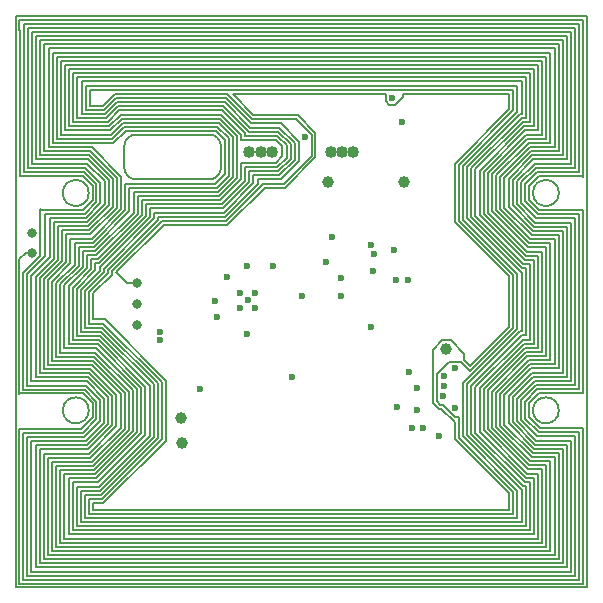
<source format=gbr>
%TF.GenerationSoftware,KiCad,Pcbnew,5.0.2-bee76a0~70~ubuntu18.04.1*%
%TF.CreationDate,2020-02-29T13:32:14-08:00*%
%TF.ProjectId,SolarCellZ_v1,536f6c61-7243-4656-9c6c-5a5f76312e6b,rev?*%
%TF.SameCoordinates,Original*%
%TF.FileFunction,Copper,L2,Inr*%
%TF.FilePolarity,Positive*%
%FSLAX46Y46*%
G04 Gerber Fmt 4.6, Leading zero omitted, Abs format (unit mm)*
G04 Created by KiCad (PCBNEW 5.0.2-bee76a0~70~ubuntu18.04.1) date Sat 29 Feb 2020 01:32:14 PM PST*
%MOMM*%
%LPD*%
G01*
G04 APERTURE LIST*
%ADD10C,0.200000*%
%ADD11C,1.016000*%
%ADD12C,1.000000*%
%ADD13C,0.600000*%
%ADD14C,0.800000*%
%ADD15C,0.190000*%
G04 APERTURE END LIST*
D10*
X136007500Y-73391000D02*
G75*
G03X136007500Y-73391000I-1100000J0D01*
G01*
X96207500Y-73391000D02*
G75*
G03X96207500Y-73391000I-1100000J0D01*
G01*
X107407500Y-52841000D02*
G75*
G02X106407500Y-53841000I-1000000J0D01*
G01*
X100207500Y-53841000D02*
G75*
G02X99207500Y-52841000I0J1000000D01*
G01*
X106407500Y-50041000D02*
G75*
G02X107407500Y-51041000I0J-1000000D01*
G01*
X99207500Y-51041000D02*
G75*
G02X100207500Y-50041000I1000000J0D01*
G01*
X96207500Y-54991000D02*
G75*
G03X96207500Y-54991000I-1100000J0D01*
G01*
X106407500Y-50041000D02*
X100207500Y-50041000D01*
X138407500Y-39991000D02*
X138407500Y-88391000D01*
X138407500Y-88391000D02*
X90007500Y-88391000D01*
X90007500Y-88391000D02*
X90007500Y-39991000D01*
X90007500Y-39991000D02*
X138407500Y-39991000D01*
X100207500Y-53841000D02*
X106407500Y-53841000D01*
X136007500Y-54991000D02*
G75*
G03X136007500Y-54991000I-1100000J0D01*
G01*
X107407500Y-52841000D02*
X107407500Y-51041000D01*
X99207500Y-51041000D02*
X99207500Y-52841000D01*
D11*
X116700000Y-51500000D03*
X117650000Y-51500000D03*
X111700000Y-51500000D03*
X110750000Y-51500000D03*
X118600000Y-51500000D03*
X109800000Y-51500000D03*
D12*
X116459000Y-54038500D03*
X122936000Y-54038500D03*
X126492000Y-68199000D03*
X104013000Y-74041000D03*
X104076500Y-76200000D03*
D13*
X126300000Y-71300000D03*
X124015500Y-71501000D03*
X120268110Y-61604791D03*
X120078500Y-66357500D03*
X127254000Y-69786500D03*
X123317000Y-70167500D03*
X107032512Y-65473693D03*
X109654340Y-64046100D03*
X110253760Y-64708256D03*
X108983760Y-64708256D03*
X110261400Y-63439040D03*
X108983760Y-63463656D03*
X122237500Y-62357000D03*
X123253500Y-62357000D03*
X122301000Y-73088500D03*
X127254000Y-73215500D03*
X113411000Y-70548500D03*
X122750000Y-48950000D03*
X126301500Y-70485000D03*
X120111294Y-59382647D03*
X126238000Y-72150000D03*
X120396000Y-60198000D03*
X121920000Y-46990000D03*
X122050000Y-59850000D03*
X116763500Y-58710000D03*
X114554000Y-50292000D03*
X124015500Y-73406000D03*
X117602000Y-62166500D03*
X116268500Y-60833000D03*
X109644160Y-66892656D03*
X107886500Y-62103000D03*
X114299990Y-63690500D03*
X117602000Y-63690500D03*
X125900000Y-75550000D03*
X109601000Y-61214000D03*
X111783650Y-61214000D03*
X105664000Y-71628000D03*
X106871078Y-64116433D03*
D14*
X91440000Y-58420000D03*
X91440000Y-60071000D03*
X100330000Y-64389000D03*
X100330000Y-62611000D03*
X100330000Y-66167000D03*
D13*
X123571000Y-74866500D03*
X124523500Y-74866500D03*
X102235000Y-67437000D03*
X102235000Y-66802000D03*
D15*
X98550000Y-61700000D02*
X99461000Y-62611000D01*
X112800000Y-54550000D02*
X111100000Y-54550000D01*
X113900000Y-48400000D02*
X115400000Y-49900000D01*
X121395998Y-46600000D02*
X108400000Y-46600000D01*
X121397999Y-46602001D02*
X121395998Y-46600000D01*
X121397999Y-47240561D02*
X121397999Y-46602001D01*
X122170561Y-47512001D02*
X121669439Y-47512001D01*
X127200000Y-52500000D02*
X131800000Y-47900000D01*
X131800000Y-62050000D02*
X127200000Y-57450000D01*
X131800000Y-66300000D02*
X131800000Y-62050000D01*
X128500000Y-69600000D02*
X131800000Y-66300000D01*
X125350000Y-68272438D02*
X126145439Y-67476999D01*
X125350000Y-72750000D02*
X125350000Y-68272438D01*
X125850000Y-73250000D02*
X125350000Y-72750000D01*
X102750000Y-75950000D02*
X97450000Y-81250000D01*
X102750000Y-70900000D02*
X102750000Y-75950000D01*
X98200000Y-61900000D02*
X96600000Y-63500000D01*
X113784562Y-48750000D02*
X115076001Y-50041439D01*
X107900000Y-46600000D02*
X110050000Y-48750000D01*
X98400000Y-46600000D02*
X107900000Y-46600000D01*
X97400000Y-47600000D02*
X98400000Y-46600000D01*
X96300000Y-47600000D02*
X97400000Y-47600000D01*
X96300000Y-46250000D02*
X96300000Y-47600000D01*
X127200000Y-57450000D02*
X127200000Y-52500000D01*
X110850000Y-54350000D02*
X107850000Y-57350000D01*
X132150000Y-46250000D02*
X96300000Y-46250000D01*
X132150000Y-48000000D02*
X132150000Y-46250000D01*
X125700000Y-70313938D02*
X126749439Y-69264499D01*
X125700000Y-72624562D02*
X125700000Y-70313938D01*
X110050000Y-48750000D02*
X113784562Y-48750000D01*
X125987439Y-72912001D02*
X125700000Y-72624562D01*
X127215938Y-73950000D02*
X126177939Y-72912001D01*
X127550000Y-73950000D02*
X127215938Y-73950000D01*
X132150000Y-80300000D02*
X127550000Y-75700000D01*
X96250000Y-82150000D02*
X132150000Y-82150000D01*
X96250000Y-80900000D02*
X96250000Y-82150000D01*
X102400000Y-71000000D02*
X102400000Y-75850000D01*
X96250000Y-66050000D02*
X97450000Y-66050000D01*
X96250000Y-63400000D02*
X96250000Y-66050000D01*
X97850000Y-61500000D02*
X97850000Y-61800000D01*
X102100000Y-57250000D02*
X97850000Y-61500000D01*
X110500000Y-53850000D02*
X110500000Y-54250000D01*
X114000000Y-50650000D02*
X114000000Y-52300000D01*
X107800000Y-46950000D02*
X109950000Y-49100000D01*
X98500000Y-46950000D02*
X107800000Y-46950000D01*
X132500000Y-48100000D02*
X132500000Y-45900000D01*
X127900000Y-57250000D02*
X127900000Y-52700000D01*
X127900000Y-71100000D02*
X132500000Y-66500000D01*
X127900000Y-75600000D02*
X127900000Y-71100000D01*
X95900000Y-80550000D02*
X95900000Y-82500000D01*
X97250000Y-80550000D02*
X95900000Y-80550000D01*
X102050000Y-75750000D02*
X97250000Y-80550000D01*
X102050000Y-71100000D02*
X102050000Y-75750000D01*
X95900000Y-66400000D02*
X97350000Y-66400000D01*
X101750000Y-56650000D02*
X101750000Y-57150000D01*
X101750000Y-57150000D02*
X97500000Y-61400000D01*
X110150000Y-54150000D02*
X107650000Y-56650000D01*
X113650000Y-52200000D02*
X112350000Y-53500000D01*
X113650000Y-50750000D02*
X113650000Y-52200000D01*
X112350000Y-49450000D02*
X113650000Y-50750000D01*
X99461000Y-62611000D02*
X100330000Y-62611000D01*
X98600000Y-47300000D02*
X107700000Y-47300000D01*
X115076001Y-51823999D02*
X112700000Y-54200000D01*
X95600000Y-45550000D02*
X95600000Y-48300000D01*
X132850000Y-45550000D02*
X95600000Y-45550000D01*
X132850000Y-48300000D02*
X132850000Y-45550000D01*
X132750000Y-48300000D02*
X132850000Y-48300000D01*
X128250000Y-52800000D02*
X132750000Y-48300000D01*
X132800000Y-61700000D02*
X128250000Y-57150000D01*
X132750000Y-66700000D02*
X132850000Y-66700000D01*
X108400000Y-46650000D02*
X110150000Y-48400000D01*
X128250000Y-71200000D02*
X132750000Y-66700000D01*
X128250000Y-75500000D02*
X128250000Y-71200000D01*
X131800000Y-46600000D02*
X122800000Y-46600000D01*
X132850000Y-80100000D02*
X128250000Y-75500000D01*
X132850000Y-82850000D02*
X132850000Y-80100000D01*
X95550000Y-80200000D02*
X95550000Y-82850000D01*
X97150000Y-80200000D02*
X95550000Y-80200000D01*
X128000000Y-69100000D02*
X128500000Y-69600000D01*
X101700000Y-75650000D02*
X97150000Y-80200000D01*
X101700000Y-71200000D02*
X101700000Y-75650000D01*
X97250000Y-66750000D02*
X101700000Y-71200000D01*
X95550000Y-63200000D02*
X95550000Y-66750000D01*
X97150000Y-61600000D02*
X95550000Y-63200000D01*
X96600000Y-65700000D02*
X97550000Y-65700000D01*
X101400000Y-57050000D02*
X97150000Y-61300000D01*
X109800000Y-53150000D02*
X109800000Y-54050000D01*
X112250000Y-53150000D02*
X109800000Y-53150000D01*
X113300000Y-52100000D02*
X112250000Y-53150000D01*
X112250000Y-49800000D02*
X113300000Y-50850000D01*
X98700000Y-47650000D02*
X107600000Y-47650000D01*
X126838561Y-67476999D02*
X128000000Y-68638438D01*
X95250000Y-48650000D02*
X97700000Y-48650000D01*
X133200000Y-45200000D02*
X95250000Y-45200000D01*
X133200000Y-48650000D02*
X133200000Y-45200000D01*
X132850000Y-48650000D02*
X133200000Y-48650000D01*
X128600000Y-52900000D02*
X132850000Y-48650000D01*
X132850000Y-67050000D02*
X133200000Y-67050000D01*
X128600000Y-71300000D02*
X132850000Y-67050000D01*
X112700000Y-54200000D02*
X110850000Y-54200000D01*
X128600000Y-75400000D02*
X128600000Y-71300000D01*
X133200000Y-83200000D02*
X133200000Y-79800000D01*
X95200000Y-79850000D02*
X95200000Y-83200000D01*
X101350000Y-75550000D02*
X97050000Y-79850000D01*
X95200000Y-67100000D02*
X97150000Y-67100000D01*
X95200000Y-63100000D02*
X95200000Y-67100000D01*
X96750000Y-60950000D02*
X96750000Y-61550000D01*
X97050000Y-60950000D02*
X96750000Y-60950000D01*
X101050000Y-56950000D02*
X97050000Y-60950000D01*
X107450000Y-55950000D02*
X101050000Y-55950000D01*
X112950000Y-52000000D02*
X112150000Y-52800000D01*
X97500000Y-61400000D02*
X97500000Y-61700000D01*
X112950000Y-50950000D02*
X112950000Y-52000000D01*
X112350000Y-53500000D02*
X110150000Y-53500000D01*
X112150000Y-50150000D02*
X112950000Y-50950000D01*
X109450000Y-50150000D02*
X112150000Y-50150000D01*
X109450000Y-49950000D02*
X109450000Y-50150000D01*
X107500000Y-48000000D02*
X109450000Y-49950000D01*
X98800000Y-48000000D02*
X107500000Y-48000000D01*
X97800000Y-49000000D02*
X98800000Y-48000000D01*
X94900000Y-49000000D02*
X97800000Y-49000000D01*
X133550000Y-44850000D02*
X94900000Y-44850000D01*
X95950000Y-45900000D02*
X95950000Y-47950000D01*
X133550000Y-49000000D02*
X133550000Y-44850000D01*
X132950000Y-49000000D02*
X133550000Y-49000000D01*
X131800000Y-81800000D02*
X131800000Y-80400000D01*
X133000000Y-61000000D02*
X128950000Y-56950000D01*
X126749439Y-69264499D02*
X127714499Y-69264499D01*
X128950000Y-53000000D02*
X132950000Y-49000000D01*
X133550000Y-61000000D02*
X133000000Y-61000000D01*
X132950000Y-67400000D02*
X133550000Y-67400000D01*
X95900000Y-63300000D02*
X95900000Y-66400000D01*
X128950000Y-71400000D02*
X132950000Y-67400000D01*
X128500000Y-70050000D02*
X132150000Y-66400000D01*
X128950000Y-75300000D02*
X128950000Y-71400000D01*
X94850000Y-83550000D02*
X133550000Y-83550000D01*
X94850000Y-79500000D02*
X94850000Y-83550000D01*
X101000000Y-71400000D02*
X101000000Y-75450000D01*
X94850000Y-67450000D02*
X97050000Y-67450000D01*
X96400000Y-60600000D02*
X96400000Y-61450000D01*
X96950000Y-60600000D02*
X96400000Y-60600000D01*
X100700000Y-56850000D02*
X96950000Y-60600000D01*
X101000000Y-75450000D02*
X96950000Y-79500000D01*
X107350000Y-55600000D02*
X100700000Y-55600000D01*
X109100000Y-53850000D02*
X107350000Y-55600000D01*
X112050000Y-52450000D02*
X109100000Y-52450000D01*
X112600000Y-51900000D02*
X112050000Y-52450000D01*
X112600000Y-51050000D02*
X112600000Y-51900000D01*
X112050000Y-50500000D02*
X112600000Y-51050000D01*
X97350000Y-80900000D02*
X96250000Y-80900000D01*
X109100000Y-50500000D02*
X112050000Y-50500000D01*
X107650000Y-56650000D02*
X101750000Y-56650000D01*
X107400000Y-48350000D02*
X109100000Y-50050000D01*
X98900000Y-48350000D02*
X107400000Y-48350000D01*
X97900000Y-49350000D02*
X98900000Y-48350000D01*
X94550000Y-44500000D02*
X94550000Y-49350000D01*
X133050000Y-49350000D02*
X133900000Y-49350000D01*
X129300000Y-53100000D02*
X133050000Y-49350000D01*
X133900000Y-67750000D02*
X133900000Y-60650000D01*
X133050000Y-67750000D02*
X133900000Y-67750000D01*
X129300000Y-75200000D02*
X129300000Y-71500000D01*
X133200000Y-79100000D02*
X129300000Y-75200000D01*
X133900000Y-79100000D02*
X133200000Y-79100000D01*
X94500000Y-83900000D02*
X133900000Y-83900000D01*
X110850000Y-54200000D02*
X110850000Y-54350000D01*
X133000000Y-79800000D02*
X128600000Y-75400000D01*
X130700000Y-56450000D02*
X130700000Y-53500000D01*
X94500000Y-79150000D02*
X94500000Y-83900000D01*
X126145439Y-67476999D02*
X126838561Y-67476999D01*
X96950000Y-67800000D02*
X100650000Y-71500000D01*
X130700000Y-71900000D02*
X133450000Y-69150000D01*
X96150000Y-52150000D02*
X97900000Y-53900000D01*
X94150000Y-68150000D02*
X96850000Y-68150000D01*
X94500000Y-67800000D02*
X96950000Y-67800000D01*
X94500000Y-62900000D02*
X94500000Y-67800000D01*
X100350000Y-55250000D02*
X100350000Y-56750000D01*
X136700000Y-57850000D02*
X133900000Y-57850000D01*
X99331010Y-49718990D02*
X106954396Y-49718990D01*
X108750000Y-53750000D02*
X107250000Y-55250000D01*
X122800000Y-46882562D02*
X122170561Y-47512001D01*
X136350000Y-76650000D02*
X133900000Y-76650000D01*
X108750000Y-50150000D02*
X108750000Y-53750000D01*
X96600000Y-63500000D02*
X96600000Y-65700000D01*
X131400000Y-74600000D02*
X131400000Y-72100000D01*
X107300000Y-48700000D02*
X108750000Y-50150000D01*
X94200000Y-49700000D02*
X98000000Y-49700000D01*
X98550000Y-74750000D02*
X96250000Y-77050000D01*
X129650000Y-53200000D02*
X133150000Y-49700000D01*
X134950000Y-84950000D02*
X134950000Y-78050000D01*
X129650000Y-56750000D02*
X129650000Y-53200000D01*
X134250000Y-68100000D02*
X134250000Y-60300000D01*
X92050000Y-76700000D02*
X92050000Y-86350000D01*
X130350000Y-71800000D02*
X133350000Y-68800000D01*
X94150000Y-84250000D02*
X134250000Y-84250000D01*
X131750000Y-72200000D02*
X133750000Y-70200000D01*
X96850000Y-68150000D02*
X100300000Y-71600000D01*
X133450000Y-50750000D02*
X135300000Y-50750000D01*
X98900000Y-74850000D02*
X96350000Y-77400000D01*
X94150000Y-62800000D02*
X94150000Y-68150000D01*
X100000000Y-56650000D02*
X96750000Y-59900000D01*
X108400000Y-53650000D02*
X107150000Y-54900000D01*
X95550000Y-66750000D02*
X97250000Y-66750000D01*
X95800000Y-53200000D02*
X96850000Y-54250000D01*
X93850000Y-50050000D02*
X98100000Y-50050000D01*
X132150000Y-66400000D02*
X132150000Y-61950000D01*
X134600000Y-43800000D02*
X93850000Y-43800000D01*
X132800000Y-54100000D02*
X134050000Y-52850000D01*
X133250000Y-50050000D02*
X134600000Y-50050000D01*
X134600000Y-68450000D02*
X134600000Y-59950000D01*
X131400000Y-56250000D02*
X131400000Y-53700000D01*
X133250000Y-68450000D02*
X134600000Y-68450000D01*
X130000000Y-71700000D02*
X133250000Y-68450000D01*
X108400000Y-46600000D02*
X108400000Y-46650000D01*
X98950000Y-56350000D02*
X96450000Y-58850000D01*
X93800000Y-78450000D02*
X93800000Y-84600000D01*
X109800000Y-54050000D02*
X107550000Y-56300000D01*
X96650000Y-78450000D02*
X93800000Y-78450000D01*
X99950000Y-75150000D02*
X96650000Y-78450000D01*
X99950000Y-71700000D02*
X99950000Y-75150000D01*
X97600000Y-48300000D02*
X98600000Y-47300000D01*
X95350000Y-59550000D02*
X95350000Y-61150000D01*
X95350000Y-61150000D02*
X93800000Y-62700000D01*
X96750000Y-68500000D02*
X99950000Y-71700000D01*
X108050000Y-53550000D02*
X107050000Y-54550000D01*
X99200000Y-49400000D02*
X107100000Y-49400000D01*
X93500000Y-43450000D02*
X93500000Y-50400000D01*
X107100000Y-49400000D02*
X108050000Y-50350000D01*
X108050000Y-50350000D02*
X108050000Y-53550000D01*
X131800000Y-80400000D02*
X127200000Y-75800000D01*
X127714499Y-69264499D02*
X128500000Y-70050000D01*
X93600000Y-60650000D02*
X92050000Y-62200000D01*
X100650000Y-71500000D02*
X100650000Y-75350000D01*
X134950000Y-68800000D02*
X134950000Y-59600000D01*
X130350000Y-74900000D02*
X130350000Y-71800000D01*
X110150000Y-48400000D02*
X113900000Y-48400000D01*
X133550000Y-83550000D02*
X133550000Y-79450000D01*
X133500000Y-78050000D02*
X130350000Y-74900000D01*
X134950000Y-78050000D02*
X133500000Y-78050000D01*
X93450000Y-78100000D02*
X93450000Y-84950000D01*
X93450000Y-84950000D02*
X134950000Y-84950000D01*
X96550000Y-78100000D02*
X93450000Y-78100000D01*
X93850000Y-43800000D02*
X93850000Y-50050000D01*
X99600000Y-75050000D02*
X96550000Y-78100000D01*
X95600000Y-48300000D02*
X97600000Y-48300000D01*
X99600000Y-71800000D02*
X99600000Y-75050000D01*
X94200000Y-44150000D02*
X94200000Y-49700000D01*
X96650000Y-68850000D02*
X99600000Y-71800000D01*
X96600000Y-81250000D02*
X96600000Y-81800000D01*
X93450000Y-68850000D02*
X96650000Y-68850000D01*
X97500000Y-47950000D02*
X98500000Y-46950000D01*
X133200000Y-67050000D02*
X133200000Y-61350000D01*
X137750000Y-75250000D02*
X134300000Y-75250000D01*
X93450000Y-62600000D02*
X93450000Y-68850000D01*
X95000000Y-61050000D02*
X93450000Y-62600000D01*
X129650000Y-75100000D02*
X129650000Y-71600000D01*
X95000000Y-59200000D02*
X95000000Y-61050000D01*
X96550000Y-59200000D02*
X95000000Y-59200000D01*
X134600000Y-78400000D02*
X133400000Y-78400000D01*
X99300000Y-56450000D02*
X96550000Y-59200000D01*
X106931877Y-54200000D02*
X99300000Y-54200000D01*
X122800000Y-46600000D02*
X122800000Y-46882562D01*
X107729510Y-53402367D02*
X106931877Y-54200000D01*
X107729510Y-50494104D02*
X107729510Y-53402367D01*
X102100000Y-57000000D02*
X102100000Y-57250000D01*
X107750000Y-57000000D02*
X102100000Y-57000000D01*
X128250000Y-57150000D02*
X128250000Y-52800000D01*
X106954396Y-49718990D02*
X107729510Y-50494104D01*
X102400000Y-75850000D02*
X97350000Y-80900000D01*
X101350000Y-71300000D02*
X101350000Y-75550000D01*
X98300000Y-50750000D02*
X99331010Y-49718990D01*
X93150000Y-50750000D02*
X98300000Y-50750000D01*
X127550000Y-75700000D02*
X127550000Y-73950000D01*
X98900000Y-72000000D02*
X98900000Y-74850000D01*
X93150000Y-43100000D02*
X93150000Y-50750000D01*
X135300000Y-50750000D02*
X135300000Y-43100000D01*
X133600000Y-77700000D02*
X130700000Y-74800000D01*
X113300000Y-50850000D02*
X113300000Y-52100000D01*
X128950000Y-56950000D02*
X128950000Y-53000000D01*
X135300000Y-85300000D02*
X135300000Y-77700000D01*
X93100000Y-77750000D02*
X93100000Y-85300000D01*
X96450000Y-77750000D02*
X93100000Y-77750000D01*
X95700000Y-61250000D02*
X94150000Y-62800000D01*
X99250000Y-74950000D02*
X96450000Y-77750000D01*
X96550000Y-69200000D02*
X99250000Y-71900000D01*
X99250000Y-71900000D02*
X99250000Y-74950000D01*
X93100000Y-69200000D02*
X96550000Y-69200000D01*
X98100000Y-50050000D02*
X99100000Y-49050000D01*
X134600000Y-50050000D02*
X134600000Y-43800000D01*
X137750000Y-56800000D02*
X134250000Y-56800000D01*
X93100000Y-62500000D02*
X93100000Y-69200000D01*
X132500000Y-45900000D02*
X95950000Y-45900000D01*
X94650000Y-60950000D02*
X93100000Y-62500000D01*
X129300000Y-56850000D02*
X129300000Y-53100000D01*
X133150000Y-74100000D02*
X133150000Y-72650000D01*
X94650000Y-58850000D02*
X94650000Y-60950000D01*
X136000000Y-86000000D02*
X136000000Y-77000000D01*
X96450000Y-58850000D02*
X94650000Y-58850000D01*
X96450000Y-51100000D02*
X98950000Y-53600000D01*
X92800000Y-42750000D02*
X92800000Y-51100000D01*
X114000000Y-52300000D02*
X112450000Y-53850000D01*
X132500000Y-80200000D02*
X127900000Y-75600000D01*
X132850000Y-61700000D02*
X132800000Y-61700000D01*
X135650000Y-51100000D02*
X135650000Y-42750000D01*
X96050000Y-60250000D02*
X96050000Y-61350000D01*
X131050000Y-53600000D02*
X133550000Y-51100000D01*
X133600000Y-58900000D02*
X131050000Y-56350000D01*
X95550000Y-82850000D02*
X132850000Y-82850000D01*
X130700000Y-74800000D02*
X130700000Y-71900000D01*
X135650000Y-58900000D02*
X133600000Y-58900000D01*
X110150000Y-53500000D02*
X110150000Y-54150000D01*
X95250000Y-45200000D02*
X95250000Y-48650000D01*
X92750000Y-85650000D02*
X135650000Y-85650000D01*
X135650000Y-69500000D02*
X135650000Y-58900000D01*
X134600000Y-84600000D02*
X134600000Y-78400000D01*
X133550000Y-69500000D02*
X135650000Y-69500000D01*
X131050000Y-72000000D02*
X133550000Y-69500000D01*
X128000000Y-68638438D02*
X128000000Y-69100000D01*
X135300000Y-43100000D02*
X93150000Y-43100000D01*
X133700000Y-77350000D02*
X131050000Y-74700000D01*
X96750000Y-61550000D02*
X95200000Y-63100000D01*
X92750000Y-77400000D02*
X92750000Y-85650000D01*
X130000000Y-75000000D02*
X130000000Y-71700000D01*
X92400000Y-77050000D02*
X92400000Y-86000000D01*
X96350000Y-77400000D02*
X92750000Y-77400000D01*
X102550000Y-57700000D02*
X98550000Y-61700000D01*
X112450000Y-53850000D02*
X110500000Y-53850000D01*
X130700000Y-53500000D02*
X133450000Y-50750000D01*
X98950000Y-53600000D02*
X98950000Y-56350000D01*
X96450000Y-69550000D02*
X98900000Y-72000000D01*
X94300000Y-60850000D02*
X92750000Y-62400000D01*
X90329510Y-72029510D02*
X90392833Y-71966187D01*
X99300000Y-54200000D02*
X99300000Y-56450000D01*
X97050000Y-67450000D02*
X101000000Y-71400000D01*
X98600000Y-56250000D02*
X96350000Y-58500000D01*
X91700000Y-70600000D02*
X96150000Y-70600000D01*
X98600000Y-53700000D02*
X98600000Y-56250000D01*
X96350000Y-58500000D02*
X94300000Y-58500000D01*
X92450000Y-51450000D02*
X96350000Y-51450000D01*
X136000000Y-42400000D02*
X92450000Y-42400000D01*
X134300000Y-75250000D02*
X133150000Y-74100000D01*
X133300000Y-59950000D02*
X130000000Y-56650000D01*
X109100000Y-50050000D02*
X109100000Y-50500000D01*
X131400000Y-53700000D02*
X133650000Y-51450000D01*
X136000000Y-58550000D02*
X133700000Y-58550000D01*
X97450000Y-81250000D02*
X96600000Y-81250000D01*
X92165812Y-56415812D02*
X92100000Y-56350000D01*
X96050000Y-61350000D02*
X94500000Y-62900000D01*
X135300000Y-69150000D02*
X135300000Y-59250000D01*
X135300000Y-59250000D02*
X133500000Y-59250000D01*
X133500000Y-59250000D02*
X130700000Y-56450000D01*
X96350000Y-51450000D02*
X98600000Y-53700000D01*
X115400000Y-51950000D02*
X112800000Y-54550000D01*
X133650000Y-69850000D02*
X136000000Y-69850000D01*
X107050000Y-54550000D02*
X99650000Y-54550000D01*
X134323262Y-71960246D02*
X138085490Y-71960246D01*
X133750000Y-70200000D02*
X136350000Y-70200000D01*
X136000000Y-77000000D02*
X133800000Y-77000000D01*
X90650000Y-87750000D02*
X137750000Y-87750000D01*
X96150000Y-76700000D02*
X92050000Y-76700000D01*
X133850000Y-70550000D02*
X136700000Y-70550000D01*
X96250000Y-77050000D02*
X92400000Y-77050000D01*
X133150000Y-55700000D02*
X133150000Y-54250000D01*
X90336990Y-41186990D02*
X90350000Y-41200000D01*
X98550000Y-72100000D02*
X98550000Y-74750000D01*
X96350000Y-69900000D02*
X98550000Y-72100000D01*
X96250000Y-58150000D02*
X93950000Y-58150000D01*
X95200000Y-83200000D02*
X133200000Y-83200000D01*
X98250000Y-53800000D02*
X98250000Y-56150000D01*
X133100000Y-79450000D02*
X128950000Y-75300000D01*
X133900000Y-60650000D02*
X133100000Y-60650000D01*
X96250000Y-51800000D02*
X98250000Y-53800000D01*
X92100000Y-60300000D02*
X90650000Y-61750000D01*
X92400000Y-86000000D02*
X136000000Y-86000000D01*
X131750000Y-53800000D02*
X133750000Y-51800000D01*
X130000000Y-53300000D02*
X133250000Y-50050000D01*
X136700000Y-86700000D02*
X136700000Y-76300000D01*
X97700000Y-48650000D02*
X98700000Y-47650000D01*
X136350000Y-86350000D02*
X136350000Y-76650000D01*
X136350000Y-51800000D02*
X136350000Y-42050000D01*
X96400000Y-61450000D02*
X94850000Y-63000000D01*
X92050000Y-70250000D02*
X96250000Y-70250000D01*
X134250000Y-60300000D02*
X133200000Y-60300000D01*
X98200000Y-74650000D02*
X96150000Y-76700000D01*
X136000000Y-69850000D02*
X136000000Y-58550000D01*
X93800000Y-62700000D02*
X93800000Y-68500000D01*
X130350000Y-53400000D02*
X133350000Y-50400000D01*
X95850000Y-71650000D02*
X96850000Y-72650000D01*
X90336990Y-40313010D02*
X90336990Y-41186990D01*
X96250000Y-70250000D02*
X98200000Y-72200000D01*
X97900000Y-53900000D02*
X97900000Y-56050000D01*
X90650000Y-75300000D02*
X90650000Y-87750000D01*
X97350000Y-66400000D02*
X102050000Y-71100000D01*
X93600000Y-57800000D02*
X93600000Y-60650000D01*
X97150000Y-61300000D02*
X97150000Y-61600000D01*
X132450000Y-54000000D02*
X133950000Y-52500000D01*
X96150000Y-57800000D02*
X93600000Y-57800000D01*
X96750000Y-59900000D02*
X95700000Y-59900000D01*
X133950000Y-70900000D02*
X137050000Y-70900000D01*
X136700000Y-70550000D02*
X136700000Y-57850000D01*
X92800000Y-51100000D02*
X96450000Y-51100000D01*
X132100000Y-74400000D02*
X132100000Y-72300000D01*
X133482687Y-54392933D02*
X134315374Y-53560246D01*
X93100000Y-85300000D02*
X135300000Y-85300000D01*
X134000000Y-76300000D02*
X132100000Y-74400000D01*
X91000000Y-71300000D02*
X95950000Y-71300000D01*
X94850000Y-63000000D02*
X94850000Y-67450000D01*
X90350000Y-41200000D02*
X90350000Y-53550000D01*
X95950000Y-71300000D02*
X97150000Y-72500000D01*
X133900000Y-76650000D02*
X131750000Y-74500000D01*
X97850000Y-74550000D02*
X96050000Y-76350000D01*
X133150000Y-49700000D02*
X134250000Y-49700000D01*
X133150000Y-68100000D02*
X134250000Y-68100000D01*
X94150000Y-78800000D02*
X94150000Y-84250000D01*
X131750000Y-74500000D02*
X131750000Y-72200000D01*
X93800000Y-84600000D02*
X134600000Y-84600000D01*
X97850000Y-72300000D02*
X97850000Y-74550000D01*
X133550000Y-67400000D02*
X133550000Y-61000000D01*
X96850000Y-60250000D02*
X96050000Y-60250000D01*
X92450000Y-42400000D02*
X92450000Y-51450000D01*
X97550000Y-65700000D02*
X102750000Y-70900000D01*
X107600000Y-47650000D02*
X109750000Y-49800000D01*
X92400000Y-62300000D02*
X92400000Y-69900000D01*
X107950000Y-57700000D02*
X102550000Y-57700000D01*
X91000000Y-61850000D02*
X91000000Y-71300000D01*
X133200000Y-79800000D02*
X133000000Y-79800000D01*
X96150000Y-70600000D02*
X97850000Y-72300000D01*
X92100000Y-56350000D02*
X92100000Y-60300000D01*
X97450000Y-66050000D02*
X102400000Y-71000000D01*
X91700000Y-62100000D02*
X91700000Y-70600000D01*
X90874315Y-60071000D02*
X90329510Y-60615805D01*
X133450000Y-69150000D02*
X135300000Y-69150000D01*
X132100000Y-53900000D02*
X133850000Y-52150000D01*
X97500000Y-61700000D02*
X95900000Y-63300000D01*
X93250000Y-57450000D02*
X93250000Y-60550000D01*
X96050000Y-57450000D02*
X93250000Y-57450000D01*
X107200000Y-49050000D02*
X108400000Y-50250000D01*
X97550000Y-55950000D02*
X96050000Y-57450000D01*
X97550000Y-54000000D02*
X97550000Y-55950000D01*
X134250000Y-49700000D02*
X134250000Y-44150000D01*
X100300000Y-75250000D02*
X96750000Y-78800000D01*
X133750000Y-51800000D02*
X136350000Y-51800000D01*
X91400000Y-41350000D02*
X91400000Y-52500000D01*
X137050000Y-52500000D02*
X137050000Y-41350000D01*
X99000000Y-48700000D02*
X107300000Y-48700000D01*
X132450000Y-55950000D02*
X132450000Y-54000000D01*
X96050000Y-76350000D02*
X91700000Y-76350000D01*
X136350000Y-42050000D02*
X92100000Y-42050000D01*
X132450000Y-72400000D02*
X133950000Y-70900000D01*
X132450000Y-74300000D02*
X132450000Y-72400000D01*
X134100000Y-75950000D02*
X132450000Y-74300000D01*
X137400000Y-41000000D02*
X91100000Y-41000000D01*
X91100000Y-41000000D02*
X91050000Y-41050000D01*
X94900000Y-44850000D02*
X94900000Y-49000000D01*
X91750000Y-52150000D02*
X96150000Y-52150000D01*
X96650000Y-59550000D02*
X95350000Y-59550000D01*
X96950000Y-79500000D02*
X94850000Y-79500000D01*
X133900000Y-49350000D02*
X133900000Y-44500000D01*
X137050000Y-75950000D02*
X134100000Y-75950000D01*
X97150000Y-74300000D02*
X95800000Y-75650000D01*
X99100000Y-49050000D02*
X107200000Y-49050000D01*
X91400000Y-52500000D02*
X96050000Y-52500000D01*
X134250000Y-56800000D02*
X133150000Y-55700000D01*
X91350000Y-76000000D02*
X91350000Y-87050000D01*
X93950000Y-58150000D02*
X93950000Y-60750000D01*
X133650000Y-51450000D02*
X136000000Y-51450000D01*
X127200000Y-75800000D02*
X127200000Y-74400000D01*
X91350000Y-70950000D02*
X96050000Y-70950000D01*
X107700000Y-47300000D02*
X109850000Y-49450000D01*
X96050000Y-70950000D02*
X97500000Y-72400000D01*
X97500000Y-74450000D02*
X95950000Y-76000000D01*
X102450000Y-57350000D02*
X98200000Y-61600000D01*
X100300000Y-71600000D02*
X100300000Y-75250000D01*
X136700000Y-76300000D02*
X134000000Y-76300000D01*
X97500000Y-72400000D02*
X97500000Y-74450000D01*
X91050000Y-41050000D02*
X91050000Y-52850000D01*
X91050000Y-52850000D02*
X95900000Y-52850000D01*
X95900000Y-82500000D02*
X132500000Y-82500000D01*
X133350000Y-68800000D02*
X134950000Y-68800000D01*
X92400000Y-69900000D02*
X96350000Y-69900000D01*
X98200000Y-61600000D02*
X98200000Y-61900000D01*
X135650000Y-42750000D02*
X92800000Y-42750000D01*
X127200000Y-74400000D02*
X126050000Y-73250000D01*
X109100000Y-52450000D02*
X109100000Y-53850000D01*
X133900000Y-44500000D02*
X94550000Y-44500000D01*
X131750000Y-56150000D02*
X131750000Y-53800000D01*
X91350000Y-62000000D02*
X91350000Y-70950000D01*
X95950000Y-57100000D02*
X92900000Y-57100000D01*
X135650000Y-85650000D02*
X135650000Y-77350000D01*
X132500000Y-66500000D02*
X132500000Y-61850000D01*
X92900000Y-57100000D02*
X92900000Y-60450000D01*
X127550000Y-57350000D02*
X127550000Y-52600000D01*
X97200000Y-54150000D02*
X97200000Y-55850000D01*
X133800000Y-77000000D02*
X131400000Y-74600000D01*
X94300000Y-58500000D02*
X94300000Y-60850000D01*
X130000000Y-56650000D02*
X130000000Y-53300000D01*
X95900000Y-52850000D02*
X97200000Y-54150000D01*
X137050000Y-57500000D02*
X134000000Y-57500000D01*
X137050000Y-70900000D02*
X137050000Y-57500000D01*
X132850000Y-66700000D02*
X132850000Y-61700000D01*
X131050000Y-56350000D02*
X131050000Y-53600000D01*
X133550000Y-79450000D02*
X133100000Y-79450000D01*
X134050000Y-52850000D02*
X137400000Y-52850000D01*
X133850000Y-52150000D02*
X136700000Y-52150000D01*
X133550000Y-51100000D02*
X135650000Y-51100000D01*
X132100000Y-56050000D02*
X132100000Y-53900000D01*
X91750000Y-41700000D02*
X91750000Y-52150000D01*
X134100000Y-71250000D02*
X137400000Y-71250000D01*
X132800000Y-72550000D02*
X134100000Y-71250000D01*
X132800000Y-55850000D02*
X132800000Y-54100000D01*
X134250000Y-44150000D02*
X94200000Y-44150000D01*
X93950000Y-60750000D02*
X92400000Y-62300000D01*
X134950000Y-43450000D02*
X93500000Y-43450000D01*
X109850000Y-49450000D02*
X112350000Y-49450000D01*
X134100000Y-57150000D02*
X132800000Y-55850000D01*
X129650000Y-71600000D02*
X133150000Y-68100000D01*
X92100000Y-51800000D02*
X96250000Y-51800000D01*
X96850000Y-74150000D02*
X95700000Y-75300000D01*
X133900000Y-57850000D02*
X132100000Y-56050000D01*
X136000000Y-51450000D02*
X136000000Y-42400000D01*
X110500000Y-54250000D02*
X107750000Y-57000000D01*
X95681491Y-53550000D02*
X96538253Y-54406762D01*
X137400000Y-57150000D02*
X134100000Y-57150000D01*
X111100000Y-54550000D02*
X107950000Y-57700000D01*
X100650000Y-75350000D02*
X96850000Y-79150000D01*
X133350000Y-50400000D02*
X134950000Y-50400000D01*
X134200000Y-75600000D02*
X132800000Y-74200000D01*
X137400000Y-75600000D02*
X134200000Y-75600000D01*
X95950000Y-47950000D02*
X97500000Y-47950000D01*
X137400000Y-87400000D02*
X137400000Y-75600000D01*
X108400000Y-50250000D02*
X108400000Y-53650000D01*
X96600000Y-81800000D02*
X131800000Y-81800000D01*
X91000000Y-87400000D02*
X137400000Y-87400000D01*
X121669439Y-47512001D02*
X121397999Y-47240561D01*
X91000000Y-75650000D02*
X91000000Y-87400000D01*
X109950000Y-49100000D02*
X112450000Y-49100000D01*
X97900000Y-56050000D02*
X96150000Y-57800000D01*
X92050000Y-62200000D02*
X92050000Y-70250000D01*
X130350000Y-56550000D02*
X130350000Y-53400000D01*
X95800000Y-75650000D02*
X91000000Y-75650000D01*
X92750000Y-62400000D02*
X92750000Y-69550000D01*
X93250000Y-60550000D02*
X91700000Y-62100000D01*
X135300000Y-77700000D02*
X133600000Y-77700000D01*
X136350000Y-70200000D02*
X136350000Y-58200000D01*
X112450000Y-49100000D02*
X114000000Y-50650000D01*
X92500000Y-56750000D02*
X92500000Y-60350000D01*
X93500000Y-50400000D02*
X98200000Y-50400000D01*
X91440000Y-60071000D02*
X90874315Y-60071000D01*
X133150000Y-72650000D02*
X134200000Y-71600000D01*
X96538253Y-55575237D02*
X95697678Y-56415812D01*
X95850000Y-56750000D02*
X92500000Y-56750000D01*
X134950000Y-50400000D02*
X134950000Y-43450000D01*
X131050000Y-74700000D02*
X131050000Y-72000000D01*
X91350000Y-87050000D02*
X137050000Y-87050000D01*
X133400000Y-59600000D02*
X130350000Y-56550000D01*
X96850000Y-55750000D02*
X95850000Y-56750000D01*
X96850000Y-54250000D02*
X96850000Y-55750000D01*
X98200000Y-50400000D02*
X99200000Y-49400000D01*
X127900000Y-52700000D02*
X132500000Y-48100000D01*
X133200000Y-60300000D02*
X129650000Y-56750000D01*
X92750000Y-69550000D02*
X96450000Y-69550000D01*
X97200000Y-55850000D02*
X95950000Y-57100000D01*
X90700000Y-40700000D02*
X90700000Y-53200000D01*
X90750000Y-40650000D02*
X90700000Y-40700000D01*
X95950000Y-76000000D02*
X91350000Y-76000000D01*
X133950000Y-52500000D02*
X137050000Y-52500000D01*
X134250000Y-84250000D02*
X134250000Y-78750000D01*
X137750000Y-40650000D02*
X90750000Y-40650000D01*
X133200000Y-61350000D02*
X132900000Y-61350000D01*
X134200000Y-53200000D02*
X137750000Y-53200000D01*
X137750000Y-53200000D02*
X137750000Y-40650000D01*
X92050000Y-86350000D02*
X136350000Y-86350000D01*
X99650000Y-54550000D02*
X99650000Y-56550000D01*
X96850000Y-72650000D02*
X96850000Y-74150000D01*
X138085490Y-88068990D02*
X138085490Y-74900000D01*
X137750000Y-71600000D02*
X137750000Y-56800000D01*
X137400000Y-71250000D02*
X137400000Y-57150000D01*
X100700000Y-55600000D02*
X100700000Y-56850000D01*
X136700000Y-52150000D02*
X136700000Y-41700000D01*
X115076001Y-50041439D02*
X115076001Y-51823999D01*
X134393112Y-74900000D02*
X133481611Y-73988499D01*
X92500000Y-60350000D02*
X91000000Y-61850000D01*
X134200000Y-71600000D02*
X137750000Y-71600000D01*
X92100000Y-42050000D02*
X92100000Y-51800000D01*
X133150000Y-54250000D02*
X134200000Y-53200000D01*
X96850000Y-79150000D02*
X94500000Y-79150000D01*
X98000000Y-49700000D02*
X99000000Y-48700000D01*
X132150000Y-61950000D02*
X127550000Y-57350000D01*
X131400000Y-72100000D02*
X133650000Y-69850000D01*
X94550000Y-49350000D02*
X97900000Y-49350000D01*
X134950000Y-59600000D02*
X133400000Y-59600000D01*
X95697678Y-56415812D02*
X92165812Y-56415812D01*
X90700000Y-53200000D02*
X95800000Y-53200000D01*
X98250000Y-56150000D02*
X96250000Y-58150000D01*
X138085490Y-56450000D02*
X134351509Y-56450000D01*
X100000000Y-54900000D02*
X100000000Y-56650000D01*
X107550000Y-56300000D02*
X101400000Y-56300000D01*
X136350000Y-58200000D02*
X133800000Y-58200000D01*
X90392833Y-71966187D02*
X95705566Y-71966187D01*
X109450000Y-52800000D02*
X109450000Y-53950000D01*
X137750000Y-87750000D02*
X137750000Y-75250000D01*
X132150000Y-82150000D02*
X132150000Y-80300000D01*
X112150000Y-52800000D02*
X109450000Y-52800000D01*
X134315374Y-53560246D02*
X138045736Y-53560246D01*
X134600000Y-59950000D02*
X133300000Y-59950000D01*
X138085490Y-53600000D02*
X138085490Y-40313010D01*
X95700000Y-59900000D02*
X95700000Y-61250000D01*
X90650000Y-71650000D02*
X95850000Y-71650000D01*
X99650000Y-56550000D02*
X96650000Y-59550000D01*
X115400000Y-49900000D02*
X115400000Y-51950000D01*
X137050000Y-87050000D02*
X137050000Y-75950000D01*
X132500000Y-61850000D02*
X127900000Y-57250000D01*
X95700000Y-75300000D02*
X90650000Y-75300000D01*
X132900000Y-61350000D02*
X128600000Y-57050000D01*
X137400000Y-52850000D02*
X137400000Y-41000000D01*
X126050000Y-73250000D02*
X125850000Y-73250000D01*
X96538253Y-54406762D02*
X96538253Y-55575237D01*
X96538253Y-73976762D02*
X95565015Y-74950000D01*
X133481611Y-72801897D02*
X134323262Y-71960246D01*
X98200000Y-72200000D02*
X98200000Y-74650000D01*
X134000000Y-57500000D02*
X132450000Y-55950000D01*
X109750000Y-49800000D02*
X112250000Y-49800000D01*
X107250000Y-55250000D02*
X100350000Y-55250000D01*
X93800000Y-68500000D02*
X96750000Y-68500000D01*
X137050000Y-41350000D02*
X91400000Y-41350000D01*
X133400000Y-78400000D02*
X130000000Y-75000000D01*
X127550000Y-52600000D02*
X132150000Y-48000000D01*
X101050000Y-55950000D02*
X101050000Y-56950000D01*
X138085490Y-40313010D02*
X90336990Y-40313010D01*
X90329510Y-74950000D02*
X90329510Y-88068990D01*
X97850000Y-61800000D02*
X96250000Y-63400000D01*
X134250000Y-78750000D02*
X133300000Y-78750000D01*
X97150000Y-67100000D02*
X101350000Y-71300000D01*
X90329510Y-60615805D02*
X90329510Y-72029510D01*
X133800000Y-58200000D02*
X131750000Y-56150000D01*
X128600000Y-57050000D02*
X128600000Y-52900000D01*
X100350000Y-56750000D02*
X96850000Y-60250000D01*
X109450000Y-53950000D02*
X107450000Y-55950000D01*
X96538253Y-72798874D02*
X96538253Y-73976762D01*
X133700000Y-58550000D02*
X131400000Y-56250000D01*
X95705566Y-71966187D02*
X96538253Y-72798874D01*
X132500000Y-82500000D02*
X132500000Y-80200000D01*
X132800000Y-74200000D02*
X132800000Y-72550000D01*
X138045736Y-53560246D02*
X138085490Y-53600000D01*
X90350000Y-53550000D02*
X95681491Y-53550000D01*
X133482687Y-55581178D02*
X133482687Y-54392933D01*
X133900000Y-83900000D02*
X133900000Y-79100000D01*
X134351509Y-56450000D02*
X133482687Y-55581178D01*
X129300000Y-71500000D02*
X133050000Y-67750000D01*
X138085490Y-71960246D02*
X138085490Y-56450000D01*
X97050000Y-79850000D02*
X95200000Y-79850000D01*
X96750000Y-78800000D02*
X94150000Y-78800000D01*
X136700000Y-41700000D02*
X91750000Y-41700000D01*
X133100000Y-60650000D02*
X129300000Y-56850000D01*
X135650000Y-77350000D02*
X133700000Y-77350000D01*
X97150000Y-72500000D02*
X97150000Y-74300000D01*
X131800000Y-47900000D02*
X131800000Y-46600000D01*
X133300000Y-78750000D02*
X129650000Y-75100000D01*
X95565015Y-74950000D02*
X90329510Y-74950000D01*
X91700000Y-86700000D02*
X136700000Y-86700000D01*
X107150000Y-54900000D02*
X100000000Y-54900000D01*
X138085490Y-74900000D02*
X134393112Y-74900000D01*
X90650000Y-61750000D02*
X90650000Y-71650000D01*
X96050000Y-52500000D02*
X97550000Y-54000000D01*
X90329510Y-88068990D02*
X138085490Y-88068990D01*
X126177939Y-72912001D02*
X125987439Y-72912001D01*
X92900000Y-60450000D02*
X91350000Y-62000000D01*
X107850000Y-57350000D02*
X102450000Y-57350000D01*
X133481611Y-73988499D02*
X133481611Y-72801897D01*
X101400000Y-56300000D02*
X101400000Y-57050000D01*
X132100000Y-72300000D02*
X133850000Y-70550000D01*
X91700000Y-76350000D02*
X91700000Y-86700000D01*
M02*

</source>
